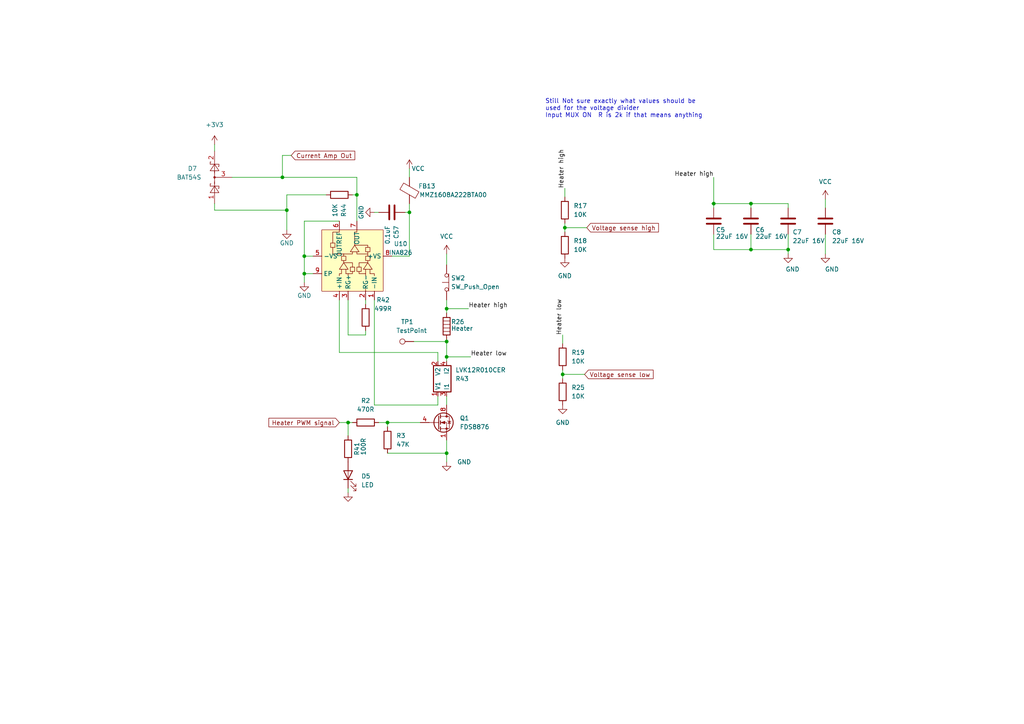
<source format=kicad_sch>
(kicad_sch (version 20211123) (generator eeschema)
  (paper "A4")
  (lib_symbols
    (symbol "Connector:TestPoint" (pin_numbers hide) (pin_names (offset 0.762) hide)
      (property "Reference" "TP" (at 0 6.858 0))
      (property "Value" "TestPoint" (at 0 5.08 0))
      (symbol "TestPoint_0_1"
        (circle (center 0 3.302) (radius 0.762))
      )
      (symbol "TestPoint_1_1"
        (pin passive line (at 0 0 90) (length 2.54) (name "1") (number "1"))
      )
    )
    (symbol "Device:C" (pin_numbers hide) (pin_names (offset 0.254))
      (property "Reference" "C" (at 0.635 2.54 0))
      (property "Value" "C" (at 0.635 -2.54 0))
      (symbol "C_0_1"
        (polyline (pts (xy -2.032 -0.762) (xy 2.032 -0.762)) (stroke (width 0.508)))
        (polyline (pts (xy -2.032 0.762) (xy 2.032 0.762)) (stroke (width 0.508)))
      )
      (symbol "C_1_1"
        (pin passive line (at 0 3.81 270) (length 2.794) (name "~") (number "1"))
        (pin passive line (at 0 -3.81 90) (length 2.794) (name "~") (number "2"))
      )
    )
    (symbol "Device:FerriteBead" (pin_numbers hide) (pin_names (offset 0))
      (property "Reference" "FB" (at -3.81 0.635 90))
      (property "Value" "FerriteBead" (at 3.81 0 90))
      (symbol "FerriteBead_0_1"
        (polyline (pts (xy 0 -1.27) (xy 0 -1.2192)))
        (polyline (pts (xy 0 1.27) (xy 0 1.2954)))
        (polyline (pts (xy -2.7686 0.4064) (xy -1.7018 2.2606) (xy 2.7686 -0.3048) (xy 1.6764 -2.159) (xy -2.7686 0.4064)))
      )
      (symbol "FerriteBead_1_1"
        (pin passive line (at 0 3.81 270) (length 2.54) (name "~") (number "1"))
        (pin passive line (at 0 -3.81 90) (length 2.54) (name "~") (number "2"))
      )
    )
    (symbol "Device:Heater" (pin_numbers hide) (pin_names (offset 0))
      (property "Reference" "R" (at 2.032 0 90))
      (property "Value" "Heater" (at -2.032 0 90))
      (symbol "Heater_0_1"
        (rectangle (start -1.016 -2.54) (end 1.016 2.54) (stroke (width 0.254)))
        (polyline (pts (xy -1.016 1.524) (xy 1.016 1.524)))
        (polyline (pts (xy 1.016 -1.524) (xy -1.016 -1.524)))
        (polyline (pts (xy 1.016 -0.508) (xy -1.016 -0.508)))
        (polyline (pts (xy 1.016 0.508) (xy -1.016 0.508)))
      )
      (symbol "Heater_1_1"
        (pin passive line (at 0 3.81 270) (length 1.27) (name "~") (number "1"))
        (pin passive line (at 0 -3.81 90) (length 1.27) (name "~") (number "2"))
      )
    )
    (symbol "Device:LED" (pin_numbers hide) (pin_names (offset 1.016) hide)
      (property "Reference" "D" (at 0 2.54 0))
      (property "Value" "LED" (at 0 -2.54 0))
      (symbol "LED_0_1"
        (polyline (pts (xy -1.27 -1.27) (xy -1.27 1.27)) (stroke (width 0.254)))
        (polyline (pts (xy -1.27 0) (xy 1.27 0)))
        (polyline (pts (xy 1.27 -1.27) (xy 1.27 1.27) (xy -1.27 0) (xy 1.27 -1.27)) (stroke (width 0.254)))
        (polyline (pts (xy -3.048 -0.762) (xy -4.572 -2.286) (xy -3.81 -2.286) (xy -4.572 -2.286) (xy -4.572 -1.524)))
        (polyline (pts (xy -1.778 -0.762) (xy -3.302 -2.286) (xy -2.54 -2.286) (xy -3.302 -2.286) (xy -3.302 -1.524)))
      )
      (symbol "LED_1_1"
        (pin passive line (at -3.81 0 0) (length 2.54) (name "K") (number "1"))
        (pin passive line (at 3.81 0 180) (length 2.54) (name "A") (number "2"))
      )
    )
    (symbol "Device:R" (pin_numbers hide) (pin_names (offset 0))
      (property "Reference" "R" (at 2.032 0 90))
      (property "Value" "R" (at 0 0 90))
      (symbol "R_0_1"
        (rectangle (start -1.016 -2.54) (end 1.016 2.54) (stroke (width 0.254)))
      )
      (symbol "R_1_1"
        (pin passive line (at 0 3.81 270) (length 1.27) (name "~") (number "1"))
        (pin passive line (at 0 -3.81 90) (length 1.27) (name "~") (number "2"))
      )
    )
    (symbol "Diode:BAT54S" (pin_names (offset 1.016))
      (property "Reference" "D" (at 0.635 -3.81 0))
      (property "Value" "BAT54S" (at -6.35 3.175 0))
      (symbol "BAT54S_0_1"
        (polyline (pts (xy -3.81 0) (xy -1.27 0)))
        (polyline (pts (xy -3.175 -1.27) (xy -3.175 -1.016)))
        (polyline (pts (xy -2.54 -1.27) (xy -3.175 -1.27)))
        (polyline (pts (xy -2.54 -1.27) (xy -2.54 1.27)))
        (polyline (pts (xy -2.54 1.27) (xy -1.905 1.27)))
        (polyline (pts (xy -1.905 0) (xy 1.905 0)))
        (polyline (pts (xy -1.905 1.27) (xy -1.905 1.016)))
        (polyline (pts (xy 1.27 0) (xy 3.81 0)))
        (polyline (pts (xy 3.175 -1.27) (xy 3.175 -1.016)))
        (polyline (pts (xy 3.81 -1.27) (xy 3.175 -1.27)))
        (polyline (pts (xy 3.81 -1.27) (xy 3.81 1.27)))
        (polyline (pts (xy 3.81 1.27) (xy 4.445 1.27)))
        (polyline (pts (xy 4.445 1.27) (xy 4.445 1.016)))
        (polyline (pts (xy -4.445 1.27) (xy -4.445 -1.27) (xy -2.54 0) (xy -4.445 1.27)))
        (polyline (pts (xy 1.905 1.27) (xy 1.905 -1.27) (xy 3.81 0) (xy 1.905 1.27)))
        (circle (center 0 0) (radius 0.254) (fill (type outline)))
      )
      (symbol "BAT54S_1_1"
        (pin passive line (at -7.62 0 0) (length 3.81) (name "~") (number "1"))
        (pin passive line (at 7.62 0 180) (length 3.81) (name "~") (number "2"))
        (pin passive line (at 0 -5.08 90) (length 5.08) (name "~") (number "3"))
      )
    )
    (symbol "Hestia:INA826"
      (property "Reference" "U" (at -5.08 10.16 0))
      (property "Value" "INA826" (at 10.16 8.89 0))
      (symbol "INA826_0_1"
        (rectangle (start -7.62 7.62) (end 10.16 -10.16) (fill (type background)))
        (polyline (pts (xy -7.62 2.54) (xy -6.985 2.54)))
        (polyline (pts (xy -2.54 2.54) (xy -3.175 2.54)))
        (polyline (pts (xy -2.54 3.81) (xy -1.27 3.81)))
        (polyline (pts (xy -1.27 -3.175) (xy -2.54 -3.175)))
        (polyline (pts (xy -1.27 2.54) (xy -2.54 2.54)))
        (polyline (pts (xy 3.175 -3.81) (xy 2.54 -3.81)))
        (polyline (pts (xy 3.81 3.175) (xy 3.175 3.175)))
        (polyline (pts (xy 5.715 -0.635) (xy 6.35 -0.635)))
        (polyline (pts (xy 5.715 1.27) (xy 5.715 -0.635)))
        (polyline (pts (xy 6.35 -0.635) (xy 9.525 -0.635)))
        (polyline (pts (xy -2.54 -3.175) (xy -2.54 -2.54) (xy -3.175 -2.54)))
        (polyline (pts (xy -2.54 3.81) (xy -2.54 5.08) (xy -3.175 5.08)))
        (polyline (pts (xy -1.905 -1.27) (xy -2.54 -1.27) (xy -2.54 -2.54)))
        (polyline (pts (xy -1.905 0.635) (xy -2.54 0.635) (xy -2.54 2.54)))
        (polyline (pts (xy -0.635 -1.27) (xy 0.635 -1.27) (xy 0.635 -3.81)))
        (polyline (pts (xy -0.635 0.635) (xy 0.635 0.635) (xy 0.635 3.175)))
        (polyline (pts (xy 3.175 -3.81) (xy 3.175 -1.27) (xy 3.81 -1.27)))
        (polyline (pts (xy 5.08 -6.985) (xy 3.175 -6.985) (xy 3.175 -3.81)))
        (polyline (pts (xy 5.08 3.175) (xy 5.715 3.175) (xy 5.715 1.27)))
        (polyline (pts (xy 9.525 -0.635) (xy 9.525 0) (xy 10.16 0)))
        (polyline (pts (xy -1.27 -4.445) (xy -2.54 -4.445) (xy -2.54 -5.08) (xy -3.175 -5.08)))
        (polyline (pts (xy -1.27 -2.54) (xy -1.27 -5.08) (xy 0.635 -3.81) (xy -1.27 -2.54)))
        (polyline (pts (xy -1.27 4.445) (xy -1.27 1.905) (xy 0.635 3.175) (xy -1.27 4.445)))
        (polyline (pts (xy 2.54 3.175) (xy 3.175 3.175) (xy 3.175 0) (xy 3.81 0)))
        (polyline (pts (xy 3.81 0.635) (xy 3.81 -1.905) (xy 5.715 -0.635) (xy 3.81 0.635)))
        (polyline (pts (xy 10.16 -5.08) (xy 9.525 -5.08) (xy 9.525 -6.985) (xy 6.35 -6.985)))
        (polyline (pts (xy -1.905 -1.905) (xy -0.635 -1.905) (xy -0.635 -0.635) (xy -1.905 -0.635) (xy -1.905 -1.905)))
        (polyline (pts (xy -1.905 1.27) (xy -1.905 0) (xy -0.635 0) (xy -0.635 1.27) (xy -1.905 1.27)))
        (polyline (pts (xy 3.81 3.81) (xy 3.81 2.54) (xy 5.08 2.54) (xy 5.08 3.81) (xy 3.81 3.81)))
        (polyline (pts (xy 5.08 -6.35) (xy 5.08 -7.62) (xy 6.35 -7.62) (xy 6.35 -6.35) (xy 5.08 -6.35)))
        (polyline (pts (xy 0.635 -3.81) (xy 1.27 -3.81) (xy 1.27 -3.175) (xy 2.54 -3.175) (xy 2.54 -4.445) (xy 1.27 -4.445) (xy 1.27 -3.81)))
        (polyline (pts (xy 0.635 3.175) (xy 1.27 3.175) (xy 1.27 3.81) (xy 2.54 3.81) (xy 2.54 2.54) (xy 1.27 2.54) (xy 1.27 3.175)))
      )
      (symbol "INA826_1_1"
        (pin input line (at -10.16 5.08 0) (length 2.54) (name "-IN") (number "1"))
        (pin input line (at -10.16 2.54 0) (length 2.54) (name "RG-") (number "2"))
        (pin input line (at -10.16 -2.54 0) (length 2.54) (name "RG+") (number "3"))
        (pin input line (at -10.16 -5.08 0) (length 2.54) (name "+IN") (number "4"))
        (pin power_in line (at 2.54 -12.7 90) (length 2.54) (name "-VS") (number "5"))
        (pin input line (at 12.7 -5.08 180) (length 2.54) (name "OUTREF") (number "6"))
        (pin output line (at 12.7 0 180) (length 2.54) (name "OUT") (number "7"))
        (pin power_in line (at 2.54 10.16 270) (length 2.54) (name "+VS") (number "8"))
        (pin power_in line (at -2.54 -12.7 90) (length 2.54) (name "EP") (number "9"))
      )
    )
    (symbol "Hestia:LVK12R010CER"
      (property "Reference" "R" (at -3.81 6.35 0))
      (property "Value" "LVK12R010CER" (at 10.16 6.35 0))
      (symbol "LVK12R010CER_0_1"
        (rectangle (start -1.27 3.81) (end 3.81 -3.81) (stroke (width 0.3)))
      )
      (symbol "LVK12R010CER_1_1"
        (pin passive line (at 2.54 5.08 270) (length 1.27) (name "V1") (number "1"))
        (pin passive line (at 2.54 -5.08 90) (length 1.27) (name "V2") (number "2"))
        (pin passive line (at 0 5.08 270) (length 1.27) (name "I1") (number "3"))
        (pin passive line (at 0 -5.08 90) (length 1.27) (name "I2") (number "4"))
      )
    )
    (symbol "Switch:SW_Push_Open" (pin_numbers hide) (pin_names (offset 1.016) hide)
      (property "Reference" "SW" (at 0 2.54 0))
      (property "Value" "SW_Push_Open" (at 0 -1.905 0))
      (symbol "SW_Push_Open_0_1"
        (circle (center -2.032 0) (radius 0.508))
        (polyline (pts (xy -2.54 -0.635) (xy 2.54 -0.635)))
        (polyline (pts (xy 0 -0.635) (xy 0 1.27)))
        (circle (center 2.032 0) (radius 0.508))
        (pin passive line (at -5.08 0 0) (length 2.54) (name "A") (number "1"))
      )
      (symbol "SW_Push_Open_1_1"
        (pin passive line (at 5.08 0 180) (length 2.54) (name "B") (number "2"))
      )
    )
    (symbol "Transistor_FET:FDS6630A" (pin_names hide)
      (property "Reference" "Q" (at 5.08 2.54 0))
      (property "Value" "FDS6630A" (at 5.08 0 0))
      (symbol "FDS6630A_0_1"
        (polyline (pts (xy 0.254 0) (xy -2.54 0)))
        (polyline (pts (xy 0.254 1.905) (xy 0.254 -1.905)) (stroke (width 0.254)))
        (polyline (pts (xy 0.762 -1.27) (xy 0.762 -2.286)) (stroke (width 0.254)))
        (polyline (pts (xy 0.762 0.508) (xy 0.762 -0.508)) (stroke (width 0.254)))
        (polyline (pts (xy 0.762 2.286) (xy 0.762 1.27)) (stroke (width 0.254)))
        (polyline (pts (xy 2.54 2.54) (xy 2.54 1.778)))
        (polyline (pts (xy 2.54 -2.54) (xy 2.54 0) (xy 0.762 0)))
        (polyline (pts (xy 0.762 -1.778) (xy 3.302 -1.778) (xy 3.302 1.778) (xy 0.762 1.778)))
        (polyline (pts (xy 1.016 0) (xy 2.032 0.381) (xy 2.032 -0.381) (xy 1.016 0)) (fill (type outline)))
        (polyline (pts (xy 2.794 0.508) (xy 2.921 0.381) (xy 3.683 0.381) (xy 3.81 0.254)))
        (polyline (pts (xy 3.302 0.381) (xy 2.921 -0.254) (xy 3.683 -0.254) (xy 3.302 0.381)))
        (circle (center 1.651 0) (radius 2.794) (stroke (width 0.254)))
        (circle (center 2.54 -1.778) (radius 0.254) (fill (type outline)))
        (circle (center 2.54 1.778) (radius 0.254) (fill (type outline)))
      )
      (symbol "FDS6630A_1_1"
        (pin passive line (at 2.54 -5.08 90) (length 2.54) (name "S") (number "1"))
        (pin passive line (at 2.54 -5.08 90) (length 2.54) hide (name "S") (number "2"))
        (pin passive line (at 2.54 -5.08 90) (length 2.54) hide (name "S") (number "3"))
        (pin input line (at -5.08 0 0) (length 2.54) (name "G") (number "4"))
        (pin passive line (at 2.54 5.08 270) (length 2.54) hide (name "D") (number "5"))
        (pin passive line (at 2.54 5.08 270) (length 2.54) hide (name "D") (number "6"))
        (pin passive line (at 2.54 5.08 270) (length 2.54) hide (name "D") (number "7"))
        (pin passive line (at 2.54 5.08 270) (length 2.54) (name "D") (number "8"))
      )
    )
    (symbol "power:+3.3V" (power) (pin_names (offset 0))
      (property "Value" "+3.3V" (at 0 3.556 0))
      (symbol "+3.3V_0_1"
        (polyline (pts (xy -0.762 1.27) (xy 0 2.54)))
        (polyline (pts (xy 0 0) (xy 0 2.54)))
        (polyline (pts (xy 0 2.54) (xy 0.762 1.27)))
      )
      (symbol "+3.3V_1_1"
        (pin power_in line (at 0 0 90) (length 0) hide (name "+3V3") (number "1"))
      )
    )
    (symbol "power:GND" (power) (pin_names (offset 0))
      (property "Value" "GND" (at 0 -3.81 0))
      (symbol "GND_0_1"
        (polyline (pts (xy 0 0) (xy 0 -1.27) (xy 1.27 -1.27) (xy 0 -2.54) (xy -1.27 -1.27) (xy 0 -1.27)))
      )
      (symbol "GND_1_1"
        (pin power_in line (at 0 0 270) (length 0) hide (name "GND") (number "1"))
      )
    )
    (symbol "power:VCC" (power) (pin_names (offset 0))
      (property "Value" "VCC" (at 0 3.81 0))
      (symbol "VCC_0_1"
        (polyline (pts (xy -0.762 1.27) (xy 0 2.54)))
        (polyline (pts (xy 0 0) (xy 0 2.54)))
        (polyline (pts (xy 0 2.54) (xy 0.762 1.27)))
      )
      (symbol "VCC_1_1"
        (pin power_in line (at 0 0 90) (length 0) hide (name "VCC") (number "1"))
      )
    )
  )
  (junction (at 129.54 99.06))
  (junction (at 103.505 56.515))
  (junction (at 228.6 72.39))
  (junction (at 88.265 74.295))
  (junction (at 112.395 122.555))
  (junction (at 217.805 59.055))
  (junction (at 83.185 60.96))
  (junction (at 217.805 72.39))
  (junction (at 129.54 131.445))
  (junction (at 129.54 103.505))
  (junction (at 118.745 61.595))
  (junction (at 100.965 122.555))
  (junction (at 163.83 66.04))
  (junction (at 163.195 108.585))
  (junction (at 88.265 79.375))
  (junction (at 81.915 51.435))
  (junction (at 207.01 59.055))
  (junction (at 129.54 89.535))
  (wire (pts (xy 207.01 72.39) (xy 217.805 72.39)))
  (wire (pts (xy 88.265 79.375) (xy 88.265 81.915)))
  (wire (pts (xy 120.015 99.06) (xy 129.54 99.06)))
  (wire (pts (xy 129.54 98.425) (xy 129.54 99.06)))
  (wire (pts (xy 62.23 60.96) (xy 62.23 59.055)))
  (wire (pts (xy 207.01 59.055) (xy 206.375 59.055)))
  (wire (pts (xy 81.915 51.435) (xy 103.505 51.435)))
  (wire (pts (xy 113.665 74.295) (xy 118.745 74.295)))
  (wire (pts (xy 129.54 103.505) (xy 136.525 103.505)))
  (wire (pts (xy 109.855 61.595) (xy 108.585 61.595)))
  (wire (pts (xy 129.54 114.935) (xy 129.54 117.475)))
  (wire (pts (xy 129.54 73.66) (xy 129.54 76.835)))
  (wire (pts (xy 163.83 66.04) (xy 170.18 66.04)))
  (wire (pts (xy 108.585 86.995) (xy 108.585 117.475)))
  (wire (pts (xy 163.83 54.61) (xy 163.83 57.15)))
  (wire (pts (xy 103.505 56.515) (xy 102.235 56.515)))
  (wire (pts (xy 118.745 61.595) (xy 117.475 61.595)))
  (wire (pts (xy 81.915 45.085) (xy 84.455 45.085)))
  (wire (pts (xy 106.045 95.885) (xy 106.045 97.155)))
  (wire (pts (xy 90.805 74.295) (xy 88.265 74.295)))
  (wire (pts (xy 100.965 122.555) (xy 102.235 122.555)))
  (wire (pts (xy 62.23 41.91) (xy 62.23 43.815)))
  (wire (pts (xy 109.855 122.555) (xy 112.395 122.555)))
  (wire (pts (xy 163.195 108.585) (xy 163.195 109.855)))
  (wire (pts (xy 67.31 51.435) (xy 81.915 51.435)))
  (wire (pts (xy 207.01 67.945) (xy 207.01 72.39)))
  (wire (pts (xy 129.54 89.535) (xy 135.89 89.535)))
  (wire (pts (xy 118.745 48.895) (xy 118.745 51.435)))
  (wire (pts (xy 207.01 51.435) (xy 207.01 59.055)))
  (wire (pts (xy 207.01 59.055) (xy 207.01 60.325)))
  (wire (pts (xy 103.505 64.135) (xy 103.505 56.515)))
  (wire (pts (xy 129.54 127.635) (xy 129.54 131.445)))
  (wire (pts (xy 88.265 79.375) (xy 90.805 79.375)))
  (wire (pts (xy 106.045 97.155) (xy 100.965 97.155)))
  (wire (pts (xy 228.6 59.055) (xy 228.6 60.325)))
  (wire (pts (xy 100.965 141.605) (xy 100.965 142.875)))
  (wire (pts (xy 83.185 56.515) (xy 83.185 60.96)))
  (wire (pts (xy 217.805 59.055) (xy 228.6 59.055)))
  (wire (pts (xy 127 102.235) (xy 127 104.775)))
  (wire (pts (xy 81.915 45.085) (xy 81.915 51.435)))
  (wire (pts (xy 62.23 60.96) (xy 83.185 60.96)))
  (wire (pts (xy 118.745 61.595) (xy 118.745 74.295)))
  (wire (pts (xy 112.395 131.445) (xy 129.54 131.445)))
  (wire (pts (xy 88.265 74.295) (xy 88.265 79.375)))
  (wire (pts (xy 163.195 107.315) (xy 163.195 108.585)))
  (wire (pts (xy 88.265 64.135) (xy 88.265 74.295)))
  (wire (pts (xy 98.425 86.995) (xy 98.425 102.235)))
  (wire (pts (xy 129.54 89.535) (xy 129.54 90.805)))
  (wire (pts (xy 239.395 57.785) (xy 239.395 60.325)))
  (wire (pts (xy 106.045 86.995) (xy 106.045 88.265)))
  (wire (pts (xy 163.83 64.77) (xy 163.83 66.04)))
  (wire (pts (xy 83.185 60.96) (xy 83.185 66.675)))
  (wire (pts (xy 163.195 108.585) (xy 169.545 108.585)))
  (wire (pts (xy 98.425 64.135) (xy 88.265 64.135)))
  (wire (pts (xy 217.805 67.945) (xy 217.805 72.39)))
  (wire (pts (xy 239.395 67.945) (xy 239.395 73.66)))
  (wire (pts (xy 129.54 131.445) (xy 129.54 133.985)))
  (wire (pts (xy 217.805 72.39) (xy 228.6 72.39)))
  (wire (pts (xy 228.6 72.39) (xy 228.6 73.66)))
  (wire (pts (xy 98.425 122.555) (xy 100.965 122.555)))
  (wire (pts (xy 163.195 97.155) (xy 163.195 99.695)))
  (wire (pts (xy 127 114.935) (xy 127 117.475)))
  (wire (pts (xy 94.615 56.515) (xy 83.185 56.515)))
  (wire (pts (xy 108.585 117.475) (xy 127 117.475)))
  (wire (pts (xy 217.805 60.325) (xy 217.805 59.055)))
  (wire (pts (xy 103.505 56.515) (xy 103.505 51.435)))
  (wire (pts (xy 112.395 122.555) (xy 112.395 123.825)))
  (wire (pts (xy 127 102.235) (xy 98.425 102.235)))
  (wire (pts (xy 100.965 122.555) (xy 100.965 126.365)))
  (wire (pts (xy 100.965 86.995) (xy 100.965 97.155)))
  (wire (pts (xy 207.01 59.055) (xy 217.805 59.055)))
  (wire (pts (xy 118.745 59.055) (xy 118.745 61.595)))
  (wire (pts (xy 129.54 99.06) (xy 129.54 103.505)))
  (wire (pts (xy 228.6 67.945) (xy 228.6 72.39)))
  (wire (pts (xy 163.83 66.04) (xy 163.83 67.31)))
  (wire (pts (xy 129.54 86.995) (xy 129.54 89.535)))
  (wire (pts (xy 129.54 103.505) (xy 129.54 104.775)))
  (wire (pts (xy 112.395 122.555) (xy 121.92 122.555)))
  (text "Still Not sure exactly what values should be\nused for the voltage divider \nInput MUX ON  R is 2k if that means anything" (at 158.115 34.29 0) (effects (font (size 1.27 1.27)) (justify left bottom)))
  (label "Heater high" (at 207.01 51.435 180))
  (label "Heater high" (at 163.83 54.61 90))
  (label "Heater low" (at 136.525 103.505 0))
  (label "Heater high" (at 135.89 89.535 0))
  (label "Heater low" (at 163.195 97.155 90))
  (global_label "Voltage sense high" (shape input) (at 170.18 66.04 0) (property "Intersheet References" "${INTERSHEET_REFS}" (effects hide)))
  (global_label "Heater PWM signal" (shape input) (at 98.425 122.555 180) (property "Intersheet References" "${INTERSHEET_REFS}" (effects hide)))
  (global_label "Current Amp Out" (shape input) (at 84.455 45.085 0) (property "Intersheet References" "${INTERSHEET_REFS}" (effects hide)))
  (global_label "Voltage sense low" (shape input) (at 169.545 108.585 0) (property "Intersheet References" "${INTERSHEET_REFS}" (effects hide)))
  (symbol (lib_id "Device:Heater") (at 129.54 94.615 0) (unit 1)
    (property "Reference" "R26" (at 130.81 93.345 0) (effects (justify left)))
    (property "Value" "Heater" (at 130.81 95.25 0) (effects (justify left)))
  )
  (symbol (lib_id "Hestia:INA826") (at 103.505 76.835 270) (mirror x) (unit 1)
    (property "Reference" "U10" (at 116.205 70.7136 90))
    (property "Value" "INA826" (at 116.205 73.2536 90))
    (property "Footprint" "Package_SON:WSON-8-1EP_3x3mm_P0.5mm_EP1.2x2mm" (effects hide))
    (property "Datasheet" "https://www.ti.com/lit/ds/symlink/ina826.pdf?ts=1675133173675" (effects hide))
  )
  (symbol (lib_id "power:GND") (at 100.965 142.875 0) (unit 1)
    (property "Reference" "#PWR0166" (effects hide))
    (property "Value" "GND" (at 359.41 -110.49 90) (effects (justify left)))
  )
  (symbol (lib_id "power:VCC") (at 239.395 57.785 0) (unit 1)
    (property "Reference" "#PWR07" (effects hide))
    (property "Value" "VCC" (at 239.395 52.705 0))
  )
  (symbol (lib_id "power:VCC") (at 129.54 73.66 0) (unit 1)
    (property "Reference" "#PWR0190" (effects hide))
    (property "Value" "VCC" (at 129.54 68.58 0))
  )
  (symbol (lib_id "Device:C") (at 239.395 64.135 0) (unit 1)
    (property "Reference" "C8" (at 241.3 67.31 0) (effects (justify left)))
    (property "Value" "22uF 16V" (at 241.3 69.85 0) (effects (justify left)))
    (property "Footprint" "Capacitor_SMD:C_1206_3216Metric" (effects hide))
    (property "LCSC Part" "C13585" (effects hide))
  )
  (symbol (lib_id "Device:R") (at 106.045 122.555 90) (unit 1)
    (property "Reference" "R2" (at 106.045 116.205 90))
    (property "Value" "470R" (at 106.045 118.745 90))
    (property "Footprint" "Resistor_SMD:R_0603_1608Metric_Pad0.98x0.95mm_HandSolder" (effects hide))
  )
  (symbol (lib_id "Device:LED") (at 100.965 137.795 90) (unit 1)
    (property "Reference" "D5" (at 104.775 138.1124 90) (effects (justify right)))
    (property "Value" "LED" (at 104.775 140.6524 90) (effects (justify right)))
    (property "Footprint" "LED_SMD:LED_0805_2012Metric_Pad1.15x1.40mm_HandSolder" (effects hide))
  )
  (symbol (lib_id "Device:C") (at 113.665 61.595 270) (unit 1)
    (property "Reference" "C57" (at 114.9351 65.405 0) (effects (justify left)))
    (property "Value" "0.1uF" (at 112.3951 65.405 0) (effects (justify left)))
    (property "Footprint" "Capacitor_SMD:C_0603_1608Metric_Pad1.08x0.95mm_HandSolder" (effects hide))
  )
  (symbol (lib_id "power:+3.3V") (at 62.23 41.91 0) (unit 1)
    (property "Reference" "#PWR0176" (effects hide))
    (property "Value" "+3.3V" (at 62.23 36.195 0))
  )
  (symbol (lib_id "Switch:SW_Push_Open") (at 129.54 81.915 90) (unit 1)
    (property "Reference" "SW2" (at 130.81 80.6449 90) (effects (justify right)))
    (property "Value" "SW_Push_Open" (at 130.81 83.1849 90) (effects (justify right)))
    (property "Footprint" "Connector_PinHeader_2.54mm:PinHeader_1x02_P2.54mm_Vertical" (effects hide))
  )
  (symbol (lib_id "power:GND") (at 228.6 73.66 0) (unit 1)
    (property "Reference" "#PWR0173" (effects hide))
    (property "Value" "GND" (at 229.87 78.105 0))
  )
  (symbol (lib_id "Device:R") (at 163.195 103.505 180) (unit 1)
    (property "Reference" "R19" (at 165.735 102.2349 0) (effects (justify right)))
    (property "Value" "10K" (at 165.735 104.7749 0) (effects (justify right)))
    (property "Footprint" "Resistor_SMD:R_0603_1608Metric_Pad0.98x0.95mm_HandSolder" (effects hide))
  )
  (symbol (lib_id "power:GND") (at 108.585 61.595 270) (unit 1)
    (property "Reference" "#PWR0181" (effects hide))
    (property "Value" "GND" (at 104.775 61.595 0))
  )
  (symbol (lib_id "Device:R") (at 163.83 71.12 180) (unit 1)
    (property "Reference" "R18" (at 166.37 69.8499 0) (effects (justify right)))
    (property "Value" "10K" (at 166.37 72.3899 0) (effects (justify right)))
    (property "Footprint" "Resistor_SMD:R_0603_1608Metric_Pad0.98x0.95mm_HandSolder" (effects hide))
  )
  (symbol (lib_id "power:GND") (at 163.195 117.475 0) (unit 1)
    (property "Reference" "#PWR0174" (effects hide))
    (property "Value" "GND" (at 163.195 122.555 0))
  )
  (symbol (lib_id "power:GND") (at 83.185 66.675 0) (unit 1)
    (property "Reference" "#PWR0182" (effects hide))
    (property "Value" "GND" (at 83.185 70.485 0))
  )
  (symbol (lib_id "Device:R") (at 163.195 113.665 180) (unit 1)
    (property "Reference" "R25" (at 165.735 112.3949 0) (effects (justify right)))
    (property "Value" "10K" (at 165.735 114.9349 0) (effects (justify right)))
    (property "Footprint" "Resistor_SMD:R_0603_1608Metric_Pad0.98x0.95mm_HandSolder" (effects hide))
  )
  (symbol (lib_id "Diode:BAT54S") (at 62.23 51.435 90) (unit 1)
    (property "Reference" "D7" (at 57.15 48.895 90) (effects (justify left)))
    (property "Value" "BAT54S" (at 58.42 51.435 90) (effects (justify left)))
    (property "Footprint" "Package_TO_SOT_SMD:SOT-23" (effects hide))
    (property "Datasheet" "https://www.diodes.com/assets/Datasheets/ds11005.pdf" (effects hide))
  )
  (symbol (lib_id "Device:R") (at 106.045 92.075 0) (unit 1)
    (property "Reference" "R42" (at 111.125 86.995 0))
    (property "Value" "499R" (at 111.125 89.535 0))
    (property "Footprint" "Capacitor_SMD:C_0402_1005Metric" (effects hide))
  )
  (symbol (lib_id "Connector:TestPoint") (at 120.015 99.06 90) (unit 1)
    (property "Reference" "TP1" (at 118.11 93.345 90))
    (property "Value" "TestPoint" (at 119.38 95.885 90))
    (property "Footprint" "TestPoint:TestPoint_Pad_2.0x2.0mm" (effects hide))
  )
  (symbol (lib_id "power:GND") (at 163.83 74.93 0) (unit 1)
    (property "Reference" "#PWR0191" (effects hide))
    (property "Value" "GND" (at 163.83 80.01 0))
  )
  (symbol (lib_id "Device:R") (at 98.425 56.515 90) (unit 1)
    (property "Reference" "R44" (at 99.6951 59.055 0) (effects (justify right)))
    (property "Value" "10K" (at 97.1551 59.055 0) (effects (justify right)))
    (property "Footprint" "Resistor_SMD:R_0603_1608Metric_Pad0.98x0.95mm_HandSolder" (effects hide))
  )
  (symbol (lib_id "Hestia:LVK12R010CER") (at 129.54 109.855 180) (unit 1)
    (property "Reference" "R43" (at 132.08 109.855 0) (effects (justify right)))
    (property "Value" "LVK12R010CER" (at 132.08 107.315 0) (effects (justify right)))
    (property "Footprint" "Hestia:LVK12R010CER" (effects hide))
  )
  (symbol (lib_id "Device:R") (at 163.83 60.96 180) (unit 1)
    (property "Reference" "R17" (at 166.37 59.6899 0) (effects (justify right)))
    (property "Value" "10K" (at 166.37 62.2299 0) (effects (justify right)))
    (property "Footprint" "Resistor_SMD:R_0603_1608Metric_Pad0.98x0.95mm_HandSolder" (effects hide))
  )
  (symbol (lib_id "Device:C") (at 217.805 64.135 0) (unit 1)
    (property "Reference" "C6" (at 219.075 66.675 0) (effects (justify left)))
    (property "Value" "22uF 16V" (at 219.075 68.58 0) (effects (justify left)))
    (property "Footprint" "Capacitor_SMD:C_1206_3216Metric" (effects hide))
    (property "LCSC Part" "C13585" (effects hide))
  )
  (symbol (lib_id "Device:R") (at 100.965 130.175 0) (unit 1)
    (property "Reference" "R41" (at 103.505 130.175 90))
    (property "Value" "100R" (at 105.41 129.54 90))
    (property "Footprint" "Resistor_SMD:R_0603_1608Metric_Pad0.98x0.95mm_HandSolder" (effects hide))
  )
  (symbol (lib_id "Device:C") (at 207.01 64.135 0) (unit 1)
    (property "Reference" "C5" (at 207.645 66.675 0) (effects (justify left)))
    (property "Value" "22uF 16V" (at 207.645 68.58 0) (effects (justify left)))
    (property "Footprint" "Capacitor_SMD:C_1206_3216Metric" (effects hide))
    (property "LCSC Part" "C13585" (effects hide))
  )
  (symbol (lib_id "power:VCC") (at 118.745 48.895 0) (unit 1)
    (property "Reference" "#PWR0178" (effects hide))
    (property "Value" "VCC" (at 121.285 48.895 0))
  )
  (symbol (lib_id "Device:C") (at 228.6 64.135 0) (unit 1)
    (property "Reference" "C7" (at 229.87 67.31 0) (effects (justify left)))
    (property "Value" "22uF 16V" (at 229.87 69.85 0) (effects (justify left)))
    (property "Footprint" "Capacitor_SMD:C_1206_3216Metric" (effects hide))
    (property "LCSC Part" "C13585" (effects hide))
  )
  (symbol (lib_id "Transistor_FET:FDS6630A") (at 127 122.555 0) (unit 1)
    (property "Reference" "Q1" (at 133.35 121.2849 0) (effects (justify left)))
    (property "Value" "FDS8876" (at 133.35 123.8249 0) (effects (justify left)))
    (property "Footprint" "Package_SO:SOIC-8_3.9x4.9mm_P1.27mm" (effects hide))
    (property "Datasheet" "http://www.onsemi.com/pub/Collateral/FDS6630A-D.pdf" (effects hide))
  )
  (symbol (lib_id "power:GND") (at 129.54 133.985 0) (unit 1)
    (property "Reference" "#PWR010" (effects hide))
    (property "Value" "GND" (at 134.62 133.985 0))
  )
  (symbol (lib_id "Device:FerriteBead") (at 118.745 55.245 180) (unit 1)
    (property "Reference" "FB13" (at 123.825 53.975 0))
    (property "Value" "MMZ1608A222BTA00" (at 131.445 56.515 0))
    (property "Footprint" "Resistor_SMD:R_0603_1608Metric_Pad0.98x0.95mm_HandSolder" (effects hide))
  )
  (symbol (lib_id "power:GND") (at 88.265 81.915 0) (unit 1)
    (property "Reference" "#PWR0179" (effects hide))
    (property "Value" "GND" (at 88.265 85.725 0))
  )
  (symbol (lib_id "Device:R") (at 112.395 127.635 180) (unit 1)
    (property "Reference" "R3" (at 114.935 126.3649 0) (effects (justify right)))
    (property "Value" "47K" (at 114.935 128.9049 0) (effects (justify right)))
    (property "Footprint" "Resistor_SMD:R_0603_1608Metric_Pad0.98x0.95mm_HandSolder" (effects hide))
  )
  (symbol (lib_id "power:GND") (at 239.395 73.66 0) (unit 1)
    (property "Reference" "#PWR08" (effects hide))
    (property "Value" "GND" (at 241.3 78.105 0))
  )
)
</source>
